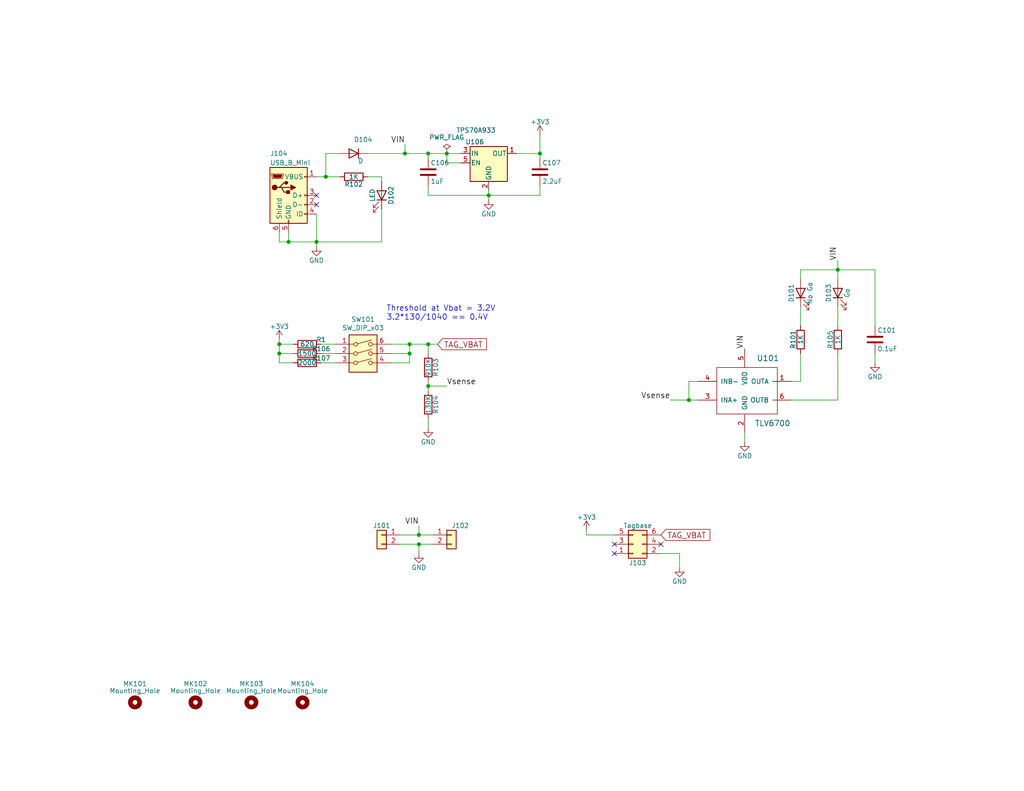
<source format=kicad_sch>
(kicad_sch (version 20211123) (generator eeschema)
  (paper "A")
  (title_block (title "Tag Charger -- multiple ms series batteries") (date "2021-08-13") (company "Geoffrey Brown"))
  (lib_symbols
    (symbol "Connector:USB_B_Mini" (pin_names (offset 1.016))
      (property "Reference" "J" (at -5.08 11.43 0))
      (property "Value" "USB_B_Mini" (at -5.08 8.89 0))
      (symbol "USB_B_Mini_0_1"
        (rectangle (start -5.08 -7.62) (end 5.08 7.62) (stroke (width 0.254)) (fill (type background)))
        (circle (center -3.81 2.159) (radius 0.635) (stroke (width 0.254)) (fill (type outline)))
        (circle (center -0.635 3.429) (radius 0.381) (stroke (width 0.254)) (fill (type outline)))
        (rectangle (start -0.127 -7.62) (end 0.127 -6.858))
        (polyline (pts (xy -1.905 2.159) (xy 0.635 2.159)) (stroke (width 0.254)))
        (polyline (pts (xy -3.175 2.159) (xy -2.54 2.159) (xy -1.27 3.429) (xy -0.635 3.429)) (stroke (width 0.254)))
        (polyline (pts (xy -2.54 2.159) (xy -1.905 2.159) (xy -1.27 0.889) (xy 0 0.889)) (stroke (width 0.254)))
        (polyline (pts (xy 0.635 2.794) (xy 0.635 1.524) (xy 1.905 2.159) (xy 0.635 2.794)) (stroke (width 0.254)) (fill (type outline)))
        (polyline (pts (xy -4.318 5.588) (xy -1.778 5.588) (xy -2.032 4.826) (xy -4.064 4.826) (xy -4.318 5.588)) (fill (type outline)))
        (polyline (pts (xy -4.699 5.842) (xy -4.699 5.588) (xy -4.445 4.826) (xy -4.445 4.572) (xy -1.651 4.572) (xy -1.651 4.826) (xy -1.397 5.588) (xy -1.397 5.842) (xy -4.699 5.842)))
        (rectangle (start 0.254 1.27) (end -0.508 0.508) (stroke (width 0.254)) (fill (type outline)))
        (rectangle (start 5.08 -5.207) (end 4.318 -4.953))
        (rectangle (start 5.08 -2.667) (end 4.318 -2.413))
        (rectangle (start 5.08 -0.127) (end 4.318 0.127))
        (rectangle (start 5.08 4.953) (end 4.318 5.207))
      )
      (symbol "USB_B_Mini_1_1"
        (pin power_out line (at 7.62 5.08 180) (length 2.54) (name "VBUS") (number "1"))
        (pin bidirectional line (at 7.62 -2.54 180) (length 2.54) (name "D-") (number "2"))
        (pin bidirectional line (at 7.62 0 180) (length 2.54) (name "D+") (number "3"))
        (pin passive line (at 7.62 -5.08 180) (length 2.54) (name "ID") (number "4"))
        (pin power_out line (at 0 -10.16 90) (length 2.54) (name "GND") (number "5"))
        (pin passive line (at -2.54 -10.16 90) (length 2.54) (name "Shield") (number "6"))
      )
    )
    (symbol "Connector_Generic:Conn_01x02" (pin_names (offset 1.016) hide)
      (property "Reference" "J" (at 0 2.54 0))
      (property "Value" "Conn_01x02" (at 0 -5.08 0))
      (symbol "Conn_01x02_1_1"
        (rectangle (start -1.27 -2.413) (end 0 -2.667) (stroke (width 0.1524)))
        (rectangle (start -1.27 0.127) (end 0 -0.127) (stroke (width 0.1524)))
        (rectangle (start -1.27 1.27) (end 1.27 -3.81) (stroke (width 0.254)) (fill (type background)))
        (pin passive line (at -5.08 0 0) (length 3.81) (name "Pin_1") (number "1"))
        (pin passive line (at -5.08 -2.54 0) (length 3.81) (name "Pin_2") (number "2"))
      )
    )
    (symbol "Connector_Generic:Conn_02x03_Odd_Even" (pin_names (offset 1.016) hide)
      (property "Reference" "J" (at 1.27 5.08 0))
      (property "Value" "Conn_02x03_Odd_Even" (at 1.27 -5.08 0))
      (symbol "Conn_02x03_Odd_Even_1_1"
        (rectangle (start -1.27 -2.413) (end 0 -2.667) (stroke (width 0.1524)))
        (rectangle (start -1.27 0.127) (end 0 -0.127) (stroke (width 0.1524)))
        (rectangle (start -1.27 2.667) (end 0 2.413) (stroke (width 0.1524)))
        (rectangle (start -1.27 3.81) (end 3.81 -3.81) (stroke (width 0.254)) (fill (type background)))
        (rectangle (start 3.81 -2.413) (end 2.54 -2.667) (stroke (width 0.1524)))
        (rectangle (start 3.81 0.127) (end 2.54 -0.127) (stroke (width 0.1524)))
        (rectangle (start 3.81 2.667) (end 2.54 2.413) (stroke (width 0.1524)))
        (pin passive line (at -5.08 2.54 0) (length 3.81) (name "Pin_1") (number "1"))
        (pin passive line (at 7.62 2.54 180) (length 3.81) (name "Pin_2") (number "2"))
        (pin passive line (at -5.08 0 0) (length 3.81) (name "Pin_3") (number "3"))
        (pin passive line (at 7.62 0 180) (length 3.81) (name "Pin_4") (number "4"))
        (pin passive line (at -5.08 -2.54 0) (length 3.81) (name "Pin_5") (number "5"))
        (pin passive line (at 7.62 -2.54 180) (length 3.81) (name "Pin_6") (number "6"))
      )
    )
    (symbol "Device:C" (pin_numbers hide) (pin_names (offset 0.254))
      (property "Reference" "C" (at 0.635 2.54 0))
      (property "Value" "C" (at 0.635 -2.54 0))
      (symbol "C_0_1"
        (polyline (pts (xy -2.032 -0.762) (xy 2.032 -0.762)) (stroke (width 0.508)))
        (polyline (pts (xy -2.032 0.762) (xy 2.032 0.762)) (stroke (width 0.508)))
      )
      (symbol "C_1_1"
        (pin passive line (at 0 3.81 270) (length 2.794) (name "~") (number "1"))
        (pin passive line (at 0 -3.81 90) (length 2.794) (name "~") (number "2"))
      )
    )
    (symbol "Device:D" (pin_numbers hide) (pin_names (offset 1.016) hide)
      (property "Reference" "D" (at 0 2.54 0))
      (property "Value" "D" (at 0 -2.54 0))
      (symbol "D_0_1"
        (polyline (pts (xy -1.27 1.27) (xy -1.27 -1.27)) (stroke (width 0.254)))
        (polyline (pts (xy 1.27 0) (xy -1.27 0)))
        (polyline (pts (xy 1.27 1.27) (xy 1.27 -1.27) (xy -1.27 0) (xy 1.27 1.27)) (stroke (width 0.254)))
      )
      (symbol "D_1_1"
        (pin passive line (at -3.81 0 0) (length 2.54) (name "K") (number "1"))
        (pin passive line (at 3.81 0 180) (length 2.54) (name "A") (number "2"))
      )
    )
    (symbol "Device:LED" (pin_numbers hide) (pin_names (offset 1.016) hide)
      (property "Reference" "D" (at 0 2.54 0))
      (property "Value" "LED" (at 0 -2.54 0))
      (symbol "LED_0_1"
        (polyline (pts (xy -1.27 -1.27) (xy -1.27 1.27)) (stroke (width 0.254)))
        (polyline (pts (xy -1.27 0) (xy 1.27 0)))
        (polyline (pts (xy 1.27 -1.27) (xy 1.27 1.27) (xy -1.27 0) (xy 1.27 -1.27)) (stroke (width 0.254)))
        (polyline (pts (xy -3.048 -0.762) (xy -4.572 -2.286) (xy -3.81 -2.286) (xy -4.572 -2.286) (xy -4.572 -1.524)))
        (polyline (pts (xy -1.778 -0.762) (xy -3.302 -2.286) (xy -2.54 -2.286) (xy -3.302 -2.286) (xy -3.302 -1.524)))
      )
      (symbol "LED_1_1"
        (pin passive line (at -3.81 0 0) (length 2.54) (name "K") (number "1"))
        (pin passive line (at 3.81 0 180) (length 2.54) (name "A") (number "2"))
      )
    )
    (symbol "Device:R" (pin_numbers hide) (pin_names (offset 0))
      (property "Reference" "R" (at 2.032 0 90))
      (property "Value" "R" (at 0 0 90))
      (symbol "R_0_1"
        (rectangle (start -1.016 -2.54) (end 1.016 2.54) (stroke (width 0.254)))
      )
      (symbol "R_1_1"
        (pin passive line (at 0 3.81 270) (length 1.27) (name "~") (number "1"))
        (pin passive line (at 0 -3.81 90) (length 1.27) (name "~") (number "2"))
      )
    )
    (symbol "Mechanical:MountingHole" (pin_names (offset 1.016))
      (property "Reference" "H" (at 0 5.08 0))
      (property "Value" "MountingHole" (at 0 3.175 0))
      (symbol "MountingHole_0_1"
        (circle (center 0 0) (radius 1.27) (stroke (width 1.27)))
      )
    )
    (symbol "Multicharger:TPS3700" (pin_names (offset 1.016))
      (property "Reference" "U" (at 5.08 11.43 0))
      (property "Value" "TPS3700" (at 12.7 -10.16 0))
      (property "MFN" "TI" (at 2.54 13.97 0))
      (property "MPN" "TPS3700DDCR" (at 13.97 8.89 0))
      (symbol "TPS3700_0_1"
        (rectangle (start -7.62 6.35) (end 8.89 -6.35))
      )
      (symbol "TPS3700_1_1"
        (pin input line (at 12.7 2.54 180) (length 5.08) (name "OUTA") (number "1"))
        (pin input line (at 0 -11.43 90) (length 5.08) (name "GND") (number "2"))
        (pin input line (at -12.7 -2.54 0) (length 5.08) (name "INA+") (number "3"))
        (pin input line (at -12.7 2.54 0) (length 5.08) (name "INB-") (number "4"))
        (pin input line (at 0 11.43 270) (length 5.08) (name "VDD") (number "5"))
        (pin input line (at 12.7 -2.54 180) (length 5.08) (name "OUTB") (number "6"))
      )
    )
    (symbol "Multicharger:TPS709A-DBV" (pin_names (offset 0.254))
      (property "Reference" "U" (at -3.81 5.715 0))
      (property "Value" "TPS709A-DBV" (at 0 5.715 0))
      (symbol "TPS709A-DBV_0_1"
        (rectangle (start -5.08 4.445) (end 5.08 -5.08) (stroke (width 0.254)) (fill (type background)))
      )
      (symbol "TPS709A-DBV_1_1"
        (pin power_out line (at 7.62 2.54 180) (length 2.54) (name "OUT") (number "1"))
        (pin power_in line (at 0 -7.62 90) (length 2.54) (name "GND") (number "2"))
        (pin power_in line (at -7.62 2.54 0) (length 2.54) (name "IN") (number "3"))
        (pin no_connect line (at 5.08 0 180) (length 2.54) hide (name "NC") (number "4"))
        (pin input line (at -7.62 0 0) (length 2.54) (name "EN") (number "5"))
      )
    )
    (symbol "Switch:SW_DIP_x03" (pin_names (offset 0) hide)
      (property "Reference" "SW" (at 0 8.89 0))
      (property "Value" "SW_DIP_x03" (at 0 -3.81 0))
      (symbol "SW_DIP_x03_0_0"
        (circle (center -2.032 0) (radius 0.508))
        (circle (center -2.032 2.54) (radius 0.508))
        (circle (center -2.032 5.08) (radius 0.508))
        (polyline (pts (xy -1.524 0.127) (xy 2.3622 1.1684)))
        (polyline (pts (xy -1.524 2.667) (xy 2.3622 3.7084)))
        (polyline (pts (xy -1.524 5.207) (xy 2.3622 6.2484)))
        (circle (center 2.032 0) (radius 0.508))
        (circle (center 2.032 2.54) (radius 0.508))
        (circle (center 2.032 5.08) (radius 0.508))
      )
      (symbol "SW_DIP_x03_0_1"
        (rectangle (start -3.81 7.62) (end 3.81 -2.54) (stroke (width 0.254)) (fill (type background)))
      )
      (symbol "SW_DIP_x03_1_1"
        (pin passive line (at -7.62 5.08 0) (length 5.08) (name "~") (number "1"))
        (pin passive line (at -7.62 2.54 0) (length 5.08) (name "~") (number "2"))
        (pin passive line (at -7.62 0 0) (length 5.08) (name "~") (number "3"))
        (pin passive line (at 7.62 0 180) (length 5.08) (name "~") (number "4"))
        (pin passive line (at 7.62 2.54 180) (length 5.08) (name "~") (number "5"))
        (pin passive line (at 7.62 5.08 180) (length 5.08) (name "~") (number "6"))
      )
    )
    (symbol "power:+3V3" (power) (pin_names (offset 0))
      (property "Value" "+3V3" (at 0 3.556 0))
      (symbol "+3V3_0_1"
        (polyline (pts (xy -0.762 1.27) (xy 0 2.54)))
        (polyline (pts (xy 0 0) (xy 0 2.54)))
        (polyline (pts (xy 0 2.54) (xy 0.762 1.27)))
      )
      (symbol "+3V3_1_1"
        (pin power_in line (at 0 0 90) (length 0) hide (name "+3V3") (number "1"))
      )
    )
    (symbol "power:GND" (power) (pin_names (offset 0))
      (property "Value" "GND" (at 0 -3.81 0))
      (symbol "GND_0_1"
        (polyline (pts (xy 0 0) (xy 0 -1.27) (xy 1.27 -1.27) (xy 0 -2.54) (xy -1.27 -1.27) (xy 0 -1.27)))
      )
      (symbol "GND_1_1"
        (pin power_in line (at 0 0 270) (length 0) hide (name "GND") (number "1"))
      )
    )
    (symbol "power:PWR_FLAG" (power) (pin_numbers hide) (pin_names (offset 0) hide)
      (property "Value" "PWR_FLAG" (at 0 3.81 0))
      (symbol "PWR_FLAG_0_0"
        (pin power_out line (at 0 0 90) (length 0) (name "pwr") (number "1"))
      )
      (symbol "PWR_FLAG_0_1"
        (polyline (pts (xy 0 0) (xy 0 1.27) (xy -1.016 1.905) (xy 0 2.54) (xy 1.016 1.905) (xy 0 1.27)))
      )
    )
  )
  (junction (at 114.3 148.59))
  (junction (at 76.2 93.98))
  (junction (at 187.96 109.22))
  (junction (at 121.92 41.91))
  (junction (at 228.6 73.66))
  (junction (at 110.49 41.91))
  (junction (at 88.9 48.26))
  (junction (at 116.84 41.91))
  (junction (at 111.76 93.98))
  (junction (at 114.3 146.05))
  (junction (at 111.76 96.52))
  (junction (at 147.32 41.91))
  (junction (at 76.2 96.52))
  (junction (at 116.84 105.41))
  (junction (at 133.35 53.34))
  (junction (at 116.84 93.98))
  (junction (at 86.36 66.04))
  (junction (at 78.74 66.04))
  (no_connect (at 167.64 151.13))
  (no_connect (at 86.36 55.88))
  (no_connect (at 167.64 148.59))
  (no_connect (at 86.36 53.34))
  (no_connect (at 180.34 148.59))
  (wire (pts (xy 147.32 36.83) (xy 147.32 41.91)))
  (wire (pts (xy 118.11 146.05) (xy 114.3 146.05)))
  (wire (pts (xy 147.32 41.91) (xy 147.32 43.18)))
  (wire (pts (xy 133.35 52.07) (xy 133.35 53.34)))
  (wire (pts (xy 80.01 99.06) (xy 76.2 99.06)))
  (wire (pts (xy 110.49 41.91) (xy 116.84 41.91)))
  (wire (pts (xy 104.14 48.26) (xy 104.14 49.53)))
  (wire (pts (xy 190.5 104.14) (xy 187.96 104.14)))
  (wire (pts (xy 92.71 41.91) (xy 88.9 41.91)))
  (wire (pts (xy 185.42 151.13) (xy 185.42 154.94)))
  (wire (pts (xy 218.44 83.82) (xy 218.44 88.9)))
  (wire (pts (xy 80.01 93.98) (xy 76.2 93.98)))
  (wire (pts (xy 100.33 48.26) (xy 104.14 48.26)))
  (wire (pts (xy 228.6 71.12) (xy 228.6 73.66)))
  (wire (pts (xy 100.33 41.91) (xy 110.49 41.91)))
  (wire (pts (xy 114.3 146.05) (xy 114.3 143.51)))
  (wire (pts (xy 180.34 151.13) (xy 185.42 151.13)))
  (wire (pts (xy 111.76 99.06) (xy 111.76 96.52)))
  (wire (pts (xy 87.63 96.52) (xy 91.44 96.52)))
  (wire (pts (xy 87.63 93.98) (xy 91.44 93.98)))
  (wire (pts (xy 121.92 41.91) (xy 121.92 44.45)))
  (wire (pts (xy 133.35 53.34) (xy 133.35 54.61)))
  (wire (pts (xy 78.74 63.5) (xy 78.74 66.04)))
  (wire (pts (xy 114.3 148.59) (xy 114.3 151.13)))
  (wire (pts (xy 109.22 148.59) (xy 114.3 148.59)))
  (wire (pts (xy 80.01 96.52) (xy 76.2 96.52)))
  (wire (pts (xy 218.44 96.52) (xy 218.44 104.14)))
  (wire (pts (xy 238.76 73.66) (xy 228.6 73.66)))
  (wire (pts (xy 215.9 109.22) (xy 228.6 109.22)))
  (wire (pts (xy 238.76 96.52) (xy 238.76 99.06)))
  (wire (pts (xy 114.3 148.59) (xy 118.11 148.59)))
  (wire (pts (xy 76.2 96.52) (xy 76.2 93.98)))
  (wire (pts (xy 187.96 104.14) (xy 187.96 109.22)))
  (wire (pts (xy 76.2 66.04) (xy 76.2 63.5)))
  (wire (pts (xy 86.36 58.42) (xy 86.36 66.04)))
  (wire (pts (xy 106.68 96.52) (xy 111.76 96.52)))
  (wire (pts (xy 116.84 96.52) (xy 116.84 93.98)))
  (wire (pts (xy 140.97 41.91) (xy 147.32 41.91)))
  (wire (pts (xy 88.9 48.26) (xy 86.36 48.26)))
  (wire (pts (xy 116.84 41.91) (xy 121.92 41.91)))
  (wire (pts (xy 116.84 53.34) (xy 133.35 53.34)))
  (wire (pts (xy 147.32 53.34) (xy 147.32 50.8)))
  (wire (pts (xy 78.74 66.04) (xy 76.2 66.04)))
  (wire (pts (xy 109.22 146.05) (xy 114.3 146.05)))
  (wire (pts (xy 228.6 96.52) (xy 228.6 109.22)))
  (wire (pts (xy 116.84 41.91) (xy 116.84 43.18)))
  (wire (pts (xy 76.2 93.98) (xy 76.2 92.71)))
  (wire (pts (xy 87.63 99.06) (xy 91.44 99.06)))
  (wire (pts (xy 116.84 105.41) (xy 121.92 105.41)))
  (wire (pts (xy 86.36 66.04) (xy 78.74 66.04)))
  (wire (pts (xy 86.36 66.04) (xy 86.36 67.31)))
  (wire (pts (xy 116.84 105.41) (xy 116.84 106.68)))
  (wire (pts (xy 160.02 144.78) (xy 160.02 146.05)))
  (wire (pts (xy 76.2 99.06) (xy 76.2 96.52)))
  (wire (pts (xy 104.14 66.04) (xy 86.36 66.04)))
  (wire (pts (xy 121.92 44.45) (xy 125.73 44.45)))
  (wire (pts (xy 228.6 73.66) (xy 228.6 76.2)))
  (wire (pts (xy 182.88 109.22) (xy 187.96 109.22)))
  (wire (pts (xy 133.35 53.34) (xy 147.32 53.34)))
  (wire (pts (xy 215.9 104.14) (xy 218.44 104.14)))
  (wire (pts (xy 106.68 99.06) (xy 111.76 99.06)))
  (wire (pts (xy 111.76 96.52) (xy 111.76 93.98)))
  (wire (pts (xy 116.84 114.3) (xy 116.84 116.84)))
  (wire (pts (xy 106.68 93.98) (xy 111.76 93.98)))
  (wire (pts (xy 116.84 104.14) (xy 116.84 105.41)))
  (wire (pts (xy 187.96 109.22) (xy 190.5 109.22)))
  (wire (pts (xy 92.71 48.26) (xy 88.9 48.26)))
  (wire (pts (xy 116.84 50.8) (xy 116.84 53.34)))
  (wire (pts (xy 111.76 93.98) (xy 116.84 93.98)))
  (wire (pts (xy 218.44 73.66) (xy 218.44 76.2)))
  (wire (pts (xy 238.76 88.9) (xy 238.76 73.66)))
  (wire (pts (xy 104.14 57.15) (xy 104.14 66.04)))
  (wire (pts (xy 203.2 118.11) (xy 203.2 120.65)))
  (wire (pts (xy 116.84 93.98) (xy 119.38 93.98)))
  (wire (pts (xy 121.92 41.91) (xy 125.73 41.91)))
  (wire (pts (xy 160.02 146.05) (xy 167.64 146.05)))
  (wire (pts (xy 218.44 73.66) (xy 228.6 73.66)))
  (wire (pts (xy 88.9 41.91) (xy 88.9 48.26)))
  (wire (pts (xy 110.49 39.37) (xy 110.49 41.91)))
  (wire (pts (xy 228.6 83.82) (xy 228.6 88.9)))
  (text "Threshold at Vbat = 3.2V\n3.2*130/1040 == 0.4V" (at 105.41 87.63 0) (effects (font (size 1.524 1.524)) (justify left bottom)))
  (label "VIN" (at 110.49 39.37 180) (effects (font (size 1.524 1.524))))
  (label "VIN" (at 228.6 71.12 90) (effects (font (size 1.524 1.524))))
  (label "Vsense" (at 121.92 105.41 0) (effects (font (size 1.524 1.524))))
  (label "VIN" (at 114.3 143.51 180) (effects (font (size 1.524 1.524))))
  (label "Vsense" (at 182.88 109.22 180) (effects (font (size 1.524 1.524))))
  (label "VIN" (at 203.2 95.25 90) (effects (font (size 1.524 1.524))))
  (global_label "TAG_VBAT" (shape input) (at 180.34 146.05 0) (effects (font (size 1.524 1.524))) (property "Intersheet References" "${INTERSHEET_REFS}" (effects hide)))
  (global_label "TAG_VBAT" (shape input) (at 119.38 93.98 0) (effects (font (size 1.524 1.524))) (property "Intersheet References" "${INTERSHEET_REFS}" (effects hide)))
  (symbol (lib_id "Connector:USB_B_Mini") (at 78.74 53.34 0) (unit 1)
    (property "Reference" "J104" (at 73.66 41.91 0) (effects (justify left)))
    (property "Value" "USB_B_Mini" (at 73.66 44.45 0) (effects (justify left)))
    (property "Footprint" "Connector_USB:USB_Mini-B_Lumberg_2486_01_Horizontal" (effects hide))
    (property "MFN" "EDAC" (effects hide))
    (property "MPN" "690-005-299-043" (effects hide))
    (property "Digikey" "151-1206-1-ND" (effects hide))
    (property "Description" "CONN RCPT USB2.0 MINI B SMD R/A" (effects hide))
  )
  (symbol (lib_id "Connector_Generic:Conn_02x03_Odd_Even") (at 172.72 148.59 0) (mirror x) (unit 1)
    (property "Reference" "J103" (at 173.99 153.67 0))
    (property "Value" "Tagbase" (at 173.99 143.51 0))
    (property "Footprint" "MultiCharger:6pin_tagpoints_new_offset" (effects hide))
    (property "Config" "DNF" (effects hide))
  )
  (symbol (lib_id "power:GND") (at 86.36 67.31 0) (mirror y) (unit 1)
    (property "Reference" "#PWR01" (effects hide))
    (property "Value" "GND" (at 86.36 71.12 0))
  )
  (symbol (lib_id "Device:LED") (at 104.14 53.34 270) (mirror x) (unit 1)
    (property "Reference" "D102" (at 106.68 53.34 0))
    (property "Value" "LED" (at 101.6 53.34 0))
    (property "Footprint" "LED_SMD:LED_0603_1608Metric" (effects hide))
    (property "Macrofab" "MF-LED-0603-GREEN" (effects hide))
    (property "MPN" "150060GS75000" (effects hide))
    (property "Digikey" "732-4971-1-ND" (effects hide))
    (property "MFN" "Würth Elektronik" (effects hide))
    (property "Description" "LED GREEN CLEAR 0603 SMD" (effects hide))
  )
  (symbol (lib_id "Device:R") (at 96.52 48.26 90) (mirror x) (unit 1)
    (property "Reference" "R102" (at 96.52 50.292 90))
    (property "Value" "1K" (at 96.52 48.26 90))
    (property "Footprint" "Resistor_SMD:R_0402_1005Metric" (effects hide))
    (property "MPN" "RC0402JR-071KL" (effects hide))
    (property "Digikey" "311-1.0KJRCT-ND" (effects hide))
    (property "MFN" "Yageo" (effects hide))
    (property "Description" "RES SMD 1K OHM 5% 1/16W 0402" (effects hide))
  )
  (symbol (lib_id "Multicharger:TPS709A-DBV") (at 133.35 44.45 0) (unit 1)
    (property "Reference" "U106" (at 129.54 38.735 0))
    (property "Value" "TPS70A933" (at 124.46 35.56 0) (effects (justify left)))
    (property "Footprint" "Package_TO_SOT_SMD:SOT-23-5" (effects hide))
    (property "MFN" "Texas Instruments" (effects hide))
    (property "MPN" "TPS709A33DBVT" (effects hide))
    (property "Digikey" "296-43266-1-ND" (effects hide))
    (property "Description" "IC REG LINEAR 3.3V 150MA SOT23-5" (effects hide))
  )
  (symbol (lib_id "power:GND") (at 133.35 54.61 0) (unit 1)
    (property "Reference" "#PWR02" (effects hide))
    (property "Value" "GND" (at 133.35 58.42 0))
  )
  (symbol (lib_id "Device:C") (at 147.32 46.99 0) (unit 1)
    (property "Reference" "C107" (at 147.955 44.45 0) (effects (justify left)))
    (property "Value" "2.2uF" (at 147.955 49.53 0) (effects (justify left)))
    (property "Footprint" "Capacitor_SMD:C_0402_1005Metric" (effects hide))
    (property "MPN" "C1005X5R1V225K050BC" (effects hide))
    (property "Digikey" "445-9028-1-ND" (effects hide))
    (property "MFN" "TDK" (effects hide))
    (property "Description" "CAP CER 2.2UF 35V X5R 0402" (effects hide))
  )
  (symbol (lib_id "Device:C") (at 116.84 46.99 0) (unit 1)
    (property "Reference" "C106" (at 117.475 44.45 0) (effects (justify left)))
    (property "Value" "1uF" (at 117.475 49.53 0) (effects (justify left)))
    (property "Footprint" "Capacitor_SMD:C_0402_1005Metric" (effects hide))
    (property "MPN" "0402ZD105KAT2A" (effects hide))
    (property "Digikey" "478-4596-1-ND" (effects hide))
    (property "MFN" "AVX" (effects hide))
    (property "Description" "CAP CER 1UF 10V X5R 0402" (effects hide))
  )
  (symbol (lib_id "power:+3V3") (at 147.32 36.83 0) (unit 1)
    (property "Reference" "#PWR03" (effects hide))
    (property "Value" "+3V3" (at 147.32 33.274 0))
  )
  (symbol (lib_id "Mechanical:MountingHole") (at 36.83 191.77 0) (unit 1)
    (property "Reference" "MK101" (at 36.83 186.69 0))
    (property "Value" "Mounting_Hole" (at 36.83 188.595 0))
    (property "Footprint" "Mounting_Holes:MountingHole_2.2mm_M2" (effects hide))
    (property "Config" "DNF" (effects hide))
  )
  (symbol (lib_id "Mechanical:MountingHole") (at 53.34 191.77 0) (unit 1)
    (property "Reference" "MK102" (at 53.34 186.69 0))
    (property "Value" "Mounting_Hole" (at 53.34 188.595 0))
    (property "Footprint" "Mounting_Holes:MountingHole_2.2mm_M2" (effects hide))
    (property "Config" "DNF" (effects hide))
  )
  (symbol (lib_id "Mechanical:MountingHole") (at 68.58 191.77 0) (unit 1)
    (property "Reference" "MK103" (at 68.58 186.69 0))
    (property "Value" "Mounting_Hole" (at 68.58 188.595 0))
    (property "Footprint" "Mounting_Holes:MountingHole_2.2mm_M2" (effects hide))
    (property "Config" "DNF" (effects hide))
  )
  (symbol (lib_id "Mechanical:MountingHole") (at 82.55 191.77 0) (unit 1)
    (property "Reference" "MK104" (at 82.55 186.69 0))
    (property "Value" "Mounting_Hole" (at 82.55 188.595 0))
    (property "Footprint" "Mounting_Holes:MountingHole_2.2mm_M2" (effects hide))
    (property "Config" "DNF" (effects hide))
  )
  (symbol (lib_id "power:GND") (at 185.42 154.94 0) (unit 1)
    (property "Reference" "#PWR04" (effects hide))
    (property "Value" "GND" (at 185.42 158.75 0))
  )
  (symbol (lib_id "Device:R") (at 83.82 93.98 270) (unit 1)
    (property "Reference" "R1" (at 87.63 92.71 90))
    (property "Value" "620" (at 83.82 93.98 90))
    (property "Footprint" "Resistor_SMD:R_0402_1005Metric" (effects hide))
    (property "MPN" "ERJ-2GEJ621X" (effects hide))
    (property "Digikey" "P620JCT-ND" (effects hide))
    (property "MFN" "Panasonic Electronic" (effects hide))
    (property "Description" "RES SMD 620 OHM 5% 1/10W 0402" (effects hide))
  )
  (symbol (lib_id "power:+3V3") (at 160.02 144.78 0) (unit 1)
    (property "Reference" "#PWR05" (effects hide))
    (property "Value" "+3V3" (at 160.02 141.224 0))
  )
  (symbol (lib_id "Multicharger:TPS3700") (at 203.2 106.68 0) (unit 1)
    (property "Reference" "U101" (at 209.55 97.79 0) (effects (font (size 1.524 1.524))))
    (property "Value" "TLV6700" (at 210.82 115.57 0) (effects (font (size 1.524 1.524))))
    (property "Footprint" "Package_TO_SOT_SMD:SOT-23-6" (effects hide))
    (property "MFN" "Texas Instruments" (effects hide))
    (property "MPN" "TLV6700DDCR" (effects hide))
    (property "Digikey" "296-51696-1-ND" (effects hide))
    (property "Description" "WIDE SUPPLY COMPARATOR" (effects hide))
  )
  (symbol (lib_id "Device:R") (at 116.84 100.33 0) (unit 1)
    (property "Reference" "R103" (at 118.872 100.33 90))
    (property "Value" "910K" (at 116.84 100.33 90))
    (property "Footprint" "Resistor_SMD:R_0402_1005Metric" (effects hide))
    (property "MPN" "RC0402FR-07910KL" (effects hide))
    (property "Digikey" "YAG3257CT-ND" (effects hide))
    (property "MFN" "Yageo" (effects hide))
    (property "Description" "RES SMD 910K OHM 1% 1/16W 0402" (effects hide))
  )
  (symbol (lib_id "Device:R") (at 116.84 110.49 0) (unit 1)
    (property "Reference" "R104" (at 118.872 110.49 90))
    (property "Value" "130K" (at 116.84 110.49 90))
    (property "Footprint" "Resistor_SMD:R_0402_1005Metric" (effects hide))
    (property "MPN" "RC0402FR-07130KL" (effects hide))
    (property "Digikey" "YAG2969CT-ND" (effects hide))
    (property "MFN" "Yageo" (effects hide))
    (property "Description" "RES SMD 130K OHM 1% 1/16W 0402" (effects hide))
  )
  (symbol (lib_id "power:GND") (at 116.84 116.84 0) (unit 1)
    (property "Reference" "#PWR07" (effects hide))
    (property "Value" "GND" (at 116.84 120.65 0))
  )
  (symbol (lib_id "Device:C") (at 238.76 92.71 0) (unit 1)
    (property "Reference" "C101" (at 239.395 90.17 0) (effects (justify left)))
    (property "Value" "0.1uF" (at 239.395 95.25 0) (effects (justify left)))
    (property "Footprint" "Capacitor_SMD:C_0402_1005Metric" (effects hide))
    (property "MPN" "CL05F104ZO5NNNC" (effects hide))
    (property "Digikey" "1276-1004-1-ND" (effects hide))
    (property "MFN" "Samsung" (effects hide))
    (property "Description" "CAP CER 0.1UF 16V Y5V 0402" (effects hide))
  )
  (symbol (lib_id "power:GND") (at 203.2 120.65 0) (unit 1)
    (property "Reference" "#PWR08" (effects hide))
    (property "Value" "GND" (at 203.2 124.46 0))
  )
  (symbol (lib_id "power:GND") (at 238.76 99.06 0) (unit 1)
    (property "Reference" "#PWR09" (effects hide))
    (property "Value" "GND" (at 238.76 102.87 0))
  )
  (symbol (lib_id "Device:R") (at 228.6 92.71 180) (unit 1)
    (property "Reference" "R105" (at 226.568 92.71 90))
    (property "Value" "1K" (at 228.6 92.71 90))
    (property "Footprint" "Resistor_SMD:R_0402_1005Metric" (effects hide))
    (property "MPN" "RC0402JR-071KL" (effects hide))
    (property "Digikey" "311-1.0KJRCT-ND" (effects hide))
    (property "MFN" "Yageo" (effects hide))
    (property "Description" "RES SMD 1K OHM 5% 1/16W 0402" (effects hide))
  )
  (symbol (lib_id "Device:R") (at 218.44 92.71 180) (unit 1)
    (property "Reference" "R101" (at 216.408 92.71 90))
    (property "Value" "1K" (at 218.44 92.71 90))
    (property "Footprint" "Resistor_SMD:R_0402_1005Metric" (effects hide))
    (property "MPN" "RC0402JR-071KL" (effects hide))
    (property "Digikey" "311-1.0KJRCT-ND" (effects hide))
    (property "MFN" "Yageo" (effects hide))
    (property "Description" "RES SMD 1K OHM 5% 1/16W 0402" (effects hide))
  )
  (symbol (lib_id "Device:LED") (at 228.6 80.01 90) (unit 1)
    (property "Reference" "D103" (at 226.06 80.01 0))
    (property "Value" "Go" (at 231.14 80.01 0))
    (property "Footprint" "LED_SMD:LED_0603_1608Metric" (effects hide))
    (property "Macrofab" "MF-LED-0603-GREEN" (effects hide))
    (property "MPN" "150060GS75000" (effects hide))
    (property "Digikey" "732-4971-1-ND" (effects hide))
    (property "MFN" "Würth Elektronik" (effects hide))
    (property "Description" "LED GREEN CLEAR 0603 SMD" (effects hide))
  )
  (symbol (lib_id "Device:LED") (at 218.44 80.01 90) (unit 1)
    (property "Reference" "D101" (at 215.9 80.01 0))
    (property "Value" "No Go" (at 220.98 80.01 0))
    (property "Footprint" "LED_SMD:LED_0603_1608Metric" (effects hide))
    (property "Macrofab" "MF-LED-0603-RED" (effects hide))
    (property "MPN" "150060RS75000" (effects hide))
    (property "Digikey" "732-4978-1-ND" (effects hide))
    (property "MFN" "Würth Elektronik" (effects hide))
    (property "Description" "LED RED CLEAR 0603 SMD" (effects hide))
  )
  (symbol (lib_id "Connector_Generic:Conn_01x02") (at 123.19 146.05 0) (unit 1)
    (property "Reference" "J102" (at 123.19 143.51 0) (effects (justify left)))
    (property "Value" "Conn_01x02" (effects hide))
    (property "Footprint" "Connector_JST:JST_PH_B2B-PH-K_1x02_P2.00mm_Vertical" (effects hide))
    (property "Config" "DNF" (effects hide))
    (property "Digikey" "455-1704-ND" (effects hide))
    (property "MPN" "B2B-PH-K-S(LF)(SN)" (effects hide))
    (property "MFN" "JST Sales America Inc." (effects hide))
    (property "Description" "CONN HEADER VERT 2POS 2MM" (effects hide))
  )
  (symbol (lib_id "Connector_Generic:Conn_01x02") (at 104.14 146.05 0) (mirror y) (unit 1)
    (property "Reference" "J101" (at 104.14 143.51 0))
    (property "Value" "Conn_01x02" (effects hide))
    (property "Footprint" "Connector_JST:JST_PH_B2B-PH-K_1x02_P2.00mm_Vertical" (effects hide))
    (property "Config" "DNF" (effects hide))
    (property "Digikey" "455-1704-ND" (effects hide))
    (property "MPN" "B2B-PH-K-S(LF)(SN)" (effects hide))
    (property "MFN" "JST Sales America Inc." (effects hide))
    (property "Description" "CONN HEADER VERT 2POS 2MM" (effects hide))
  )
  (symbol (lib_id "power:GND") (at 114.3 151.13 0) (unit 1)
    (property "Reference" "#PWR0101" (effects hide))
    (property "Value" "GND" (at 114.3 154.94 0))
  )
  (symbol (lib_id "Device:D") (at 96.52 41.91 0) (mirror y) (unit 1)
    (property "Reference" "D104" (at 96.52 38.1 0) (effects (justify right)))
    (property "Value" "D" (at 97.663 43.9166 0) (effects (justify right)))
    (property "Footprint" "Diode_SMD:D_0402_1005Metric" (effects hide))
    (property "MPN" "CDBQR0130L" (effects hide))
    (property "Digikey" "641-1271-1-ND" (effects hide))
    (property "MFN" "Comchip Technology" (effects hide))
    (property "Description" "DIODE SCHOTTKY 30V 100MA 0402" (effects hide))
  )
  (symbol (lib_id "power:PWR_FLAG") (at 121.92 41.91 0) (unit 1)
    (property "Reference" "#FLG0101" (effects hide))
    (property "Value" "PWR_FLAG" (at 121.92 37.4904 0))
  )
  (symbol (lib_id "Device:R") (at 83.82 96.52 270) (unit 1)
    (property "Reference" "R106" (at 87.63 95.25 90))
    (property "Value" "1500" (at 83.82 96.52 90))
    (property "Footprint" "Resistor_SMD:R_0402_1005Metric" (effects hide))
    (property "MPN" "RC0402JR-071K5L" (effects hide))
    (property "Digikey" "311-1.5KJRCT-ND" (effects hide))
    (property "MFN" "Yageo" (effects hide))
    (property "Description" "RES SMD 1.5K OHM 5% 1/16W 0402" (effects hide))
  )
  (symbol (lib_id "Device:R") (at 83.82 99.06 270) (unit 1)
    (property "Reference" "R107" (at 87.63 97.79 90))
    (property "Value" "2000" (at 83.82 99.06 90))
    (property "Footprint" "Resistor_SMD:R_0402_1005Metric" (effects hide))
    (property "MPN" "RC0402JR-072KL" (effects hide))
    (property "Digikey" "311-2.0KJRCT-ND" (effects hide))
    (property "MFN" "Yageo" (effects hide))
    (property "Description" "RES SMD 2K OHM 5% 1/16W 0402" (effects hide))
  )
  (symbol (lib_id "power:+3V3") (at 76.2 92.71 0) (unit 1)
    (property "Reference" "#PWR0102" (effects hide))
    (property "Value" "+3V3" (at 76.2 89.154 0))
  )
  (symbol (lib_id "Switch:SW_DIP_x03") (at 99.06 99.06 0) (unit 1)
    (property "Reference" "SW101" (at 99.06 87.1982 0))
    (property "Value" "SW_DIP_x03" (at 99.06 89.5096 0))
    (property "Footprint" "Button_Switch_SMD:SW_DIP_SPSTx03_Slide_9.78x9.8mm_W8.61mm_P2.54mm" (effects hide))
    (property "Digikey" "563-2305-1-ND" (effects hide))
    (property "MPN" "CFS-0302TB" (effects hide))
    (property "MFN" "Nidec Copal Electronics" (effects hide))
    (property "Description" "SWITCH DIP SPST 100MA 6V" (effects hide))
  )
)
</source>
